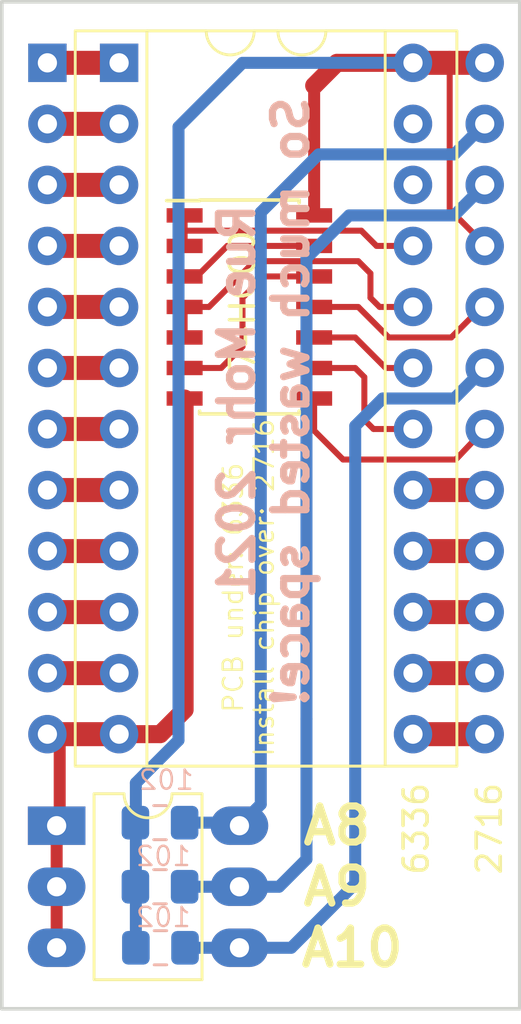
<source format=kicad_pcb>
(kicad_pcb (version 20171130) (host pcbnew 5.0.2+dfsg1-1)

  (general
    (thickness 1.6)
    (drawings 12)
    (tracks 102)
    (zones 0)
    (modules 7)
    (nets 32)
  )

  (page A4)
  (layers
    (0 F.Cu signal)
    (31 B.Cu signal)
    (32 B.Adhes user)
    (33 F.Adhes user)
    (34 B.Paste user)
    (35 F.Paste user)
    (36 B.SilkS user)
    (37 F.SilkS user)
    (38 B.Mask user)
    (39 F.Mask user)
    (40 Dwgs.User user)
    (41 Cmts.User user)
    (42 Eco1.User user)
    (43 Eco2.User user)
    (44 Edge.Cuts user)
    (45 Margin user)
    (46 B.CrtYd user)
    (47 F.CrtYd user)
    (48 B.Fab user)
    (49 F.Fab user)
  )

  (setup
    (last_trace_width 0.25)
    (user_trace_width 0.25)
    (user_trace_width 0.5)
    (user_trace_width 0.75)
    (user_trace_width 1)
    (user_trace_width 1.25)
    (trace_clearance 0.2)
    (zone_clearance 0.508)
    (zone_45_only no)
    (trace_min 0.2)
    (segment_width 0.2)
    (edge_width 0.15)
    (via_size 0.8)
    (via_drill 0.4)
    (via_min_size 0.4)
    (via_min_drill 0.3)
    (user_via 1.6 0.8)
    (user_via 2 1)
    (uvia_size 0.3)
    (uvia_drill 0.1)
    (uvias_allowed no)
    (uvia_min_size 0.2)
    (uvia_min_drill 0.1)
    (pcb_text_width 0.3)
    (pcb_text_size 1.5 1.5)
    (mod_edge_width 0.15)
    (mod_text_size 1 1)
    (mod_text_width 0.15)
    (pad_size 1.524 1.524)
    (pad_drill 0.762)
    (pad_to_mask_clearance 0.051)
    (solder_mask_min_width 0.25)
    (aux_axis_origin 0 0)
    (visible_elements FFFFFF7F)
    (pcbplotparams
      (layerselection 0x010fc_ffffffff)
      (usegerberextensions false)
      (usegerberattributes false)
      (usegerberadvancedattributes false)
      (creategerberjobfile false)
      (excludeedgelayer true)
      (linewidth 0.100000)
      (plotframeref false)
      (viasonmask false)
      (mode 1)
      (useauxorigin false)
      (hpglpennumber 1)
      (hpglpenspeed 20)
      (hpglpendiameter 15.000000)
      (psnegative false)
      (psa4output false)
      (plotreference true)
      (plotvalue true)
      (plotinvisibletext false)
      (padsonsilk false)
      (subtractmaskfromsilk false)
      (outputformat 1)
      (mirror false)
      (drillshape 1)
      (scaleselection 1)
      (outputdirectory ""))
  )

  (net 0 "")
  (net 1 A7)
  (net 2 D3)
  (net 3 A6)
  (net 4 D4)
  (net 5 A5)
  (net 6 D5)
  (net 7 A4)
  (net 8 D6)
  (net 9 A3)
  (net 10 D7)
  (net 11 A2)
  (net 12 "Net-(U1-Pad18)")
  (net 13 A1)
  (net 14 "Net-(U1-Pad19)")
  (net 15 A0)
  (net 16 "Net-(U1-Pad20)")
  (net 17 D0)
  (net 18 "Net-(U1-Pad21)")
  (net 19 D1)
  (net 20 "Net-(U1-Pad22)")
  (net 21 D2)
  (net 22 "Net-(U1-Pad23)")
  (net 23 "Net-(SW1-Pad1)")
  (net 24 "Net-(R1-Pad1)")
  (net 25 "Net-(R1-Pad2)")
  (net 26 "Net-(R2-Pad2)")
  (net 27 "Net-(U2-Pad11)")
  (net 28 "Net-(R3-Pad2)")
  (net 29 "Net-(U2-Pad8)")
  (net 30 "Net-(U2-Pad12)")
  (net 31 "Net-(U2-Pad13)")

  (net_class Default "This is the default net class."
    (clearance 0.2)
    (trace_width 0.25)
    (via_dia 0.8)
    (via_drill 0.4)
    (uvia_dia 0.3)
    (uvia_drill 0.1)
    (add_net A0)
    (add_net A1)
    (add_net A2)
    (add_net A3)
    (add_net A4)
    (add_net A5)
    (add_net A6)
    (add_net A7)
    (add_net D0)
    (add_net D1)
    (add_net D2)
    (add_net D3)
    (add_net D4)
    (add_net D5)
    (add_net D6)
    (add_net D7)
    (add_net "Net-(R1-Pad1)")
    (add_net "Net-(R1-Pad2)")
    (add_net "Net-(R2-Pad2)")
    (add_net "Net-(R3-Pad2)")
    (add_net "Net-(SW1-Pad1)")
    (add_net "Net-(U1-Pad18)")
    (add_net "Net-(U1-Pad19)")
    (add_net "Net-(U1-Pad20)")
    (add_net "Net-(U1-Pad21)")
    (add_net "Net-(U1-Pad22)")
    (add_net "Net-(U1-Pad23)")
    (add_net "Net-(U2-Pad11)")
    (add_net "Net-(U2-Pad12)")
    (add_net "Net-(U2-Pad13)")
    (add_net "Net-(U2-Pad8)")
  )

  (module Package_DIP:DIP-6_W7.62mm_LongPads (layer F.Cu) (tedit 61415D4C) (tstamp 614DE614)
    (at 128.016 107.95)
    (descr "6-lead though-hole mounted DIP package, row spacing 7.62 mm (300 mils), LongPads")
    (tags "THT DIP DIL PDIP 2.54mm 7.62mm 300mil LongPads")
    (path /614156FE)
    (fp_text reference SW1 (at 3.81 -2.33) (layer F.Fab)
      (effects (font (size 1 1) (thickness 0.15)))
    )
    (fp_text value SW_DIP_x03 (at 3.81 7.41) (layer F.Fab)
      (effects (font (size 1 1) (thickness 0.15)))
    )
    (fp_arc (start 3.81 -1.33) (end 2.81 -1.33) (angle -180) (layer F.SilkS) (width 0.12))
    (fp_line (start 1.635 -1.27) (end 6.985 -1.27) (layer F.Fab) (width 0.1))
    (fp_line (start 6.985 -1.27) (end 6.985 6.35) (layer F.Fab) (width 0.1))
    (fp_line (start 6.985 6.35) (end 0.635 6.35) (layer F.Fab) (width 0.1))
    (fp_line (start 0.635 6.35) (end 0.635 -0.27) (layer F.Fab) (width 0.1))
    (fp_line (start 0.635 -0.27) (end 1.635 -1.27) (layer F.Fab) (width 0.1))
    (fp_line (start 2.81 -1.33) (end 1.56 -1.33) (layer F.SilkS) (width 0.12))
    (fp_line (start 1.56 -1.33) (end 1.56 6.41) (layer F.SilkS) (width 0.12))
    (fp_line (start 1.56 6.41) (end 6.06 6.41) (layer F.SilkS) (width 0.12))
    (fp_line (start 6.06 6.41) (end 6.06 -1.33) (layer F.SilkS) (width 0.12))
    (fp_line (start 6.06 -1.33) (end 4.81 -1.33) (layer F.SilkS) (width 0.12))
    (fp_line (start -1.45 -1.55) (end -1.45 6.6) (layer F.CrtYd) (width 0.05))
    (fp_line (start -1.45 6.6) (end 9.1 6.6) (layer F.CrtYd) (width 0.05))
    (fp_line (start 9.1 6.6) (end 9.1 -1.55) (layer F.CrtYd) (width 0.05))
    (fp_line (start 9.1 -1.55) (end -1.45 -1.55) (layer F.CrtYd) (width 0.05))
    (fp_text user %R (at 3.81 2.54) (layer F.Fab)
      (effects (font (size 1 1) (thickness 0.15)))
    )
    (pad 1 thru_hole rect (at 0 0) (size 2.4 1.6) (drill 0.8) (layers *.Cu *.Mask)
      (net 23 "Net-(SW1-Pad1)"))
    (pad 4 thru_hole oval (at 7.62 5.08) (size 2.4 1.6) (drill 0.8) (layers *.Cu *.Mask)
      (net 28 "Net-(R3-Pad2)"))
    (pad 2 thru_hole oval (at 0 2.54) (size 2.4 1.6) (drill 0.8) (layers *.Cu *.Mask)
      (net 23 "Net-(SW1-Pad1)"))
    (pad 5 thru_hole oval (at 7.62 2.54) (size 2.4 1.6) (drill 0.8) (layers *.Cu *.Mask)
      (net 26 "Net-(R2-Pad2)"))
    (pad 3 thru_hole oval (at 0 5.08) (size 2.4 1.6) (drill 0.8) (layers *.Cu *.Mask)
      (net 23 "Net-(SW1-Pad1)"))
    (pad 6 thru_hole oval (at 7.62 0) (size 2.4 1.6) (drill 0.8) (layers *.Cu *.Mask)
      (net 25 "Net-(R1-Pad2)"))
    (model ${KISYS3DMOD}/Package_DIP.3dshapes/DIP-6_W7.62mm.wrl
      (at (xyz 0 0 0))
      (scale (xyz 1 1 1))
      (rotate (xyz 0 0 0))
    )
  )

  (module Package_SO:SOIC-14_3.9x8.7mm_P1.27mm (layer F.Cu) (tedit 61415BDD) (tstamp 614DE5FA)
    (at 136.05 86.36)
    (descr "14-Lead Plastic Small Outline (SL) - Narrow, 3.90 mm Body [SOIC] (see Microchip Packaging Specification 00000049BS.pdf)")
    (tags "SOIC 1.27")
    (path /6141531B)
    (attr smd)
    (fp_text reference U2 (at 0 -5.375) (layer Dwgs.User)
      (effects (font (size 1 1) (thickness 0.15)))
    )
    (fp_text value 74HC00 (at -0.287 -0.254 90) (layer F.SilkS)
      (effects (font (size 1 1) (thickness 0.15)))
    )
    (fp_text user %R (at 0 0) (layer F.Fab)
      (effects (font (size 0.9 0.9) (thickness 0.135)))
    )
    (fp_line (start -0.95 -4.35) (end 1.95 -4.35) (layer F.Fab) (width 0.15))
    (fp_line (start 1.95 -4.35) (end 1.95 4.35) (layer F.Fab) (width 0.15))
    (fp_line (start 1.95 4.35) (end -1.95 4.35) (layer F.Fab) (width 0.15))
    (fp_line (start -1.95 4.35) (end -1.95 -3.35) (layer F.Fab) (width 0.15))
    (fp_line (start -1.95 -3.35) (end -0.95 -4.35) (layer F.Fab) (width 0.15))
    (fp_line (start -3.7 -4.65) (end -3.7 4.65) (layer F.CrtYd) (width 0.05))
    (fp_line (start 3.7 -4.65) (end 3.7 4.65) (layer F.CrtYd) (width 0.05))
    (fp_line (start -3.7 -4.65) (end 3.7 -4.65) (layer F.CrtYd) (width 0.05))
    (fp_line (start -3.7 4.65) (end 3.7 4.65) (layer F.CrtYd) (width 0.05))
    (fp_line (start -2.075 -4.45) (end -2.075 -4.425) (layer F.SilkS) (width 0.15))
    (fp_line (start 2.075 -4.45) (end 2.075 -4.335) (layer F.SilkS) (width 0.15))
    (fp_line (start 2.075 4.45) (end 2.075 4.335) (layer F.SilkS) (width 0.15))
    (fp_line (start -2.075 4.45) (end -2.075 4.335) (layer F.SilkS) (width 0.15))
    (fp_line (start -2.075 -4.45) (end 2.075 -4.45) (layer F.SilkS) (width 0.15))
    (fp_line (start -2.075 4.45) (end 2.075 4.45) (layer F.SilkS) (width 0.15))
    (fp_line (start -2.075 -4.425) (end -3.45 -4.425) (layer F.SilkS) (width 0.15))
    (pad 1 smd rect (at -2.7 -3.81) (size 1.5 0.6) (layers F.Cu F.Paste F.Mask)
      (net 18 "Net-(U1-Pad21)"))
    (pad 2 smd rect (at -2.7 -2.54) (size 1.5 0.6) (layers F.Cu F.Paste F.Mask)
      (net 18 "Net-(U1-Pad21)"))
    (pad 3 smd rect (at -2.7 -1.27) (size 1.5 0.6) (layers F.Cu F.Paste F.Mask)
      (net 31 "Net-(U2-Pad13)"))
    (pad 4 smd rect (at -2.7 0) (size 1.5 0.6) (layers F.Cu F.Paste F.Mask)
      (net 16 "Net-(U1-Pad20)"))
    (pad 5 smd rect (at -2.7 1.27) (size 1.5 0.6) (layers F.Cu F.Paste F.Mask)
      (net 16 "Net-(U1-Pad20)"))
    (pad 6 smd rect (at -2.7 2.54) (size 1.5 0.6) (layers F.Cu F.Paste F.Mask)
      (net 30 "Net-(U2-Pad12)"))
    (pad 7 smd rect (at -2.7 3.81) (size 1.5 0.6) (layers F.Cu F.Paste F.Mask)
      (net 23 "Net-(SW1-Pad1)"))
    (pad 8 smd rect (at 2.7 3.81) (size 1.5 0.6) (layers F.Cu F.Paste F.Mask)
      (net 29 "Net-(U2-Pad8)"))
    (pad 9 smd rect (at 2.7 2.54) (size 1.5 0.6) (layers F.Cu F.Paste F.Mask)
      (net 12 "Net-(U1-Pad18)"))
    (pad 10 smd rect (at 2.7 1.27) (size 1.5 0.6) (layers F.Cu F.Paste F.Mask)
      (net 14 "Net-(U1-Pad19)"))
    (pad 11 smd rect (at 2.7 0) (size 1.5 0.6) (layers F.Cu F.Paste F.Mask)
      (net 27 "Net-(U2-Pad11)"))
    (pad 12 smd rect (at 2.7 -1.27) (size 1.5 0.6) (layers F.Cu F.Paste F.Mask)
      (net 30 "Net-(U2-Pad12)"))
    (pad 13 smd rect (at 2.7 -2.54) (size 1.5 0.6) (layers F.Cu F.Paste F.Mask)
      (net 31 "Net-(U2-Pad13)"))
    (pad 14 smd rect (at 2.7 -3.81) (size 1.5 0.6) (layers F.Cu F.Paste F.Mask)
      (net 24 "Net-(R1-Pad1)"))
    (model ${KISYS3DMOD}/Package_SO.3dshapes/SOIC-14_3.9x8.7mm_P1.27mm.wrl
      (at (xyz 0 0 0))
      (scale (xyz 1 1 1))
      (rotate (xyz 0 0 0))
    )
  )

  (module Resistor_SMD:R_0805_2012Metric_Pad1.15x1.40mm_HandSolder (layer B.Cu) (tedit 61415C7C) (tstamp 614DE5D7)
    (at 132.343 113.03)
    (descr "Resistor SMD 0805 (2012 Metric), square (rectangular) end terminal, IPC_7351 nominal with elongated pad for handsoldering. (Body size source: https://docs.google.com/spreadsheets/d/1BsfQQcO9C6DZCsRaXUlFlo91Tg2WpOkGARC1WS5S8t0/edit?usp=sharing), generated with kicad-footprint-generator")
    (tags "resistor handsolder")
    (path /61415ABF)
    (attr smd)
    (fp_text reference R3 (at 0 1.65) (layer B.Fab)
      (effects (font (size 1 1) (thickness 0.15)) (justify mirror))
    )
    (fp_text value R_Small_US (at 0 -1.65) (layer B.Fab)
      (effects (font (size 1 1) (thickness 0.15)) (justify mirror))
    )
    (fp_line (start -1 -0.6) (end -1 0.6) (layer B.Fab) (width 0.1))
    (fp_line (start -1 0.6) (end 1 0.6) (layer B.Fab) (width 0.1))
    (fp_line (start 1 0.6) (end 1 -0.6) (layer B.Fab) (width 0.1))
    (fp_line (start 1 -0.6) (end -1 -0.6) (layer B.Fab) (width 0.1))
    (fp_line (start -0.261252 0.71) (end 0.261252 0.71) (layer B.SilkS) (width 0.12))
    (fp_line (start -0.261252 -0.71) (end 0.261252 -0.71) (layer B.SilkS) (width 0.12))
    (fp_line (start -1.85 -0.95) (end -1.85 0.95) (layer B.CrtYd) (width 0.05))
    (fp_line (start -1.85 0.95) (end 1.85 0.95) (layer B.CrtYd) (width 0.05))
    (fp_line (start 1.85 0.95) (end 1.85 -0.95) (layer B.CrtYd) (width 0.05))
    (fp_line (start 1.85 -0.95) (end -1.85 -0.95) (layer B.CrtYd) (width 0.05))
    (fp_text user %R (at 0 0) (layer B.Fab)
      (effects (font (size 0.5 0.5) (thickness 0.08)) (justify mirror))
    )
    (pad 1 smd roundrect (at -1.025 0) (size 1.15 1.4) (layers B.Cu B.Paste B.Mask) (roundrect_rratio 0.217391)
      (net 24 "Net-(R1-Pad1)"))
    (pad 2 smd roundrect (at 1.025 0) (size 1.15 1.4) (layers B.Cu B.Paste B.Mask) (roundrect_rratio 0.217391)
      (net 28 "Net-(R3-Pad2)"))
    (model ${KISYS3DMOD}/Resistor_SMD.3dshapes/R_0805_2012Metric.wrl
      (at (xyz 0 0 0))
      (scale (xyz 1 1 1))
      (rotate (xyz 0 0 0))
    )
  )

  (module Resistor_SMD:R_0805_2012Metric_Pad1.15x1.40mm_HandSolder (layer B.Cu) (tedit 61415C85) (tstamp 614DE5C6)
    (at 132.325 110.49)
    (descr "Resistor SMD 0805 (2012 Metric), square (rectangular) end terminal, IPC_7351 nominal with elongated pad for handsoldering. (Body size source: https://docs.google.com/spreadsheets/d/1BsfQQcO9C6DZCsRaXUlFlo91Tg2WpOkGARC1WS5S8t0/edit?usp=sharing), generated with kicad-footprint-generator")
    (tags "resistor handsolder")
    (path /61415AE5)
    (attr smd)
    (fp_text reference R2 (at 0 1.65) (layer B.CrtYd)
      (effects (font (size 1 1) (thickness 0.15)) (justify mirror))
    )
    (fp_text value R_Small_US (at -0.517 -1.27) (layer B.Fab)
      (effects (font (size 1 1) (thickness 0.15)) (justify mirror))
    )
    (fp_text user %R (at 0 0) (layer B.Fab)
      (effects (font (size 0.5 0.5) (thickness 0.08)) (justify mirror))
    )
    (fp_line (start 1.85 -0.95) (end -1.85 -0.95) (layer B.CrtYd) (width 0.05))
    (fp_line (start 1.85 0.95) (end 1.85 -0.95) (layer B.CrtYd) (width 0.05))
    (fp_line (start -1.85 0.95) (end 1.85 0.95) (layer B.CrtYd) (width 0.05))
    (fp_line (start -1.85 -0.95) (end -1.85 0.95) (layer B.CrtYd) (width 0.05))
    (fp_line (start -0.261252 -0.71) (end 0.261252 -0.71) (layer B.SilkS) (width 0.12))
    (fp_line (start -0.261252 0.71) (end 0.261252 0.71) (layer B.SilkS) (width 0.12))
    (fp_line (start 1 -0.6) (end -1 -0.6) (layer B.Fab) (width 0.1))
    (fp_line (start 1 0.6) (end 1 -0.6) (layer B.Fab) (width 0.1))
    (fp_line (start -1 0.6) (end 1 0.6) (layer B.Fab) (width 0.1))
    (fp_line (start -1 -0.6) (end -1 0.6) (layer B.Fab) (width 0.1))
    (pad 2 smd roundrect (at 1.025 0) (size 1.15 1.4) (layers B.Cu B.Paste B.Mask) (roundrect_rratio 0.217391)
      (net 26 "Net-(R2-Pad2)"))
    (pad 1 smd roundrect (at -1.025 0) (size 1.15 1.4) (layers B.Cu B.Paste B.Mask) (roundrect_rratio 0.217391)
      (net 24 "Net-(R1-Pad1)"))
    (model ${KISYS3DMOD}/Resistor_SMD.3dshapes/R_0805_2012Metric.wrl
      (at (xyz 0 0 0))
      (scale (xyz 1 1 1))
      (rotate (xyz 0 0 0))
    )
  )

  (module Resistor_SMD:R_0805_2012Metric_Pad1.15x1.40mm_HandSolder (layer B.Cu) (tedit 61415C8D) (tstamp 614DE5B5)
    (at 132.325 107.823)
    (descr "Resistor SMD 0805 (2012 Metric), square (rectangular) end terminal, IPC_7351 nominal with elongated pad for handsoldering. (Body size source: https://docs.google.com/spreadsheets/d/1BsfQQcO9C6DZCsRaXUlFlo91Tg2WpOkGARC1WS5S8t0/edit?usp=sharing), generated with kicad-footprint-generator")
    (tags "resistor handsolder")
    (path /61415A1B)
    (attr smd)
    (fp_text reference R1 (at 0 1.65) (layer B.Fab)
      (effects (font (size 1 1) (thickness 0.15)) (justify mirror))
    )
    (fp_text value R_Small_US (at 0 -1.65) (layer B.Fab)
      (effects (font (size 1 1) (thickness 0.15)) (justify mirror))
    )
    (fp_line (start -1 -0.6) (end -1 0.6) (layer B.Fab) (width 0.1))
    (fp_line (start -1 0.6) (end 1 0.6) (layer B.Fab) (width 0.1))
    (fp_line (start 1 0.6) (end 1 -0.6) (layer B.Fab) (width 0.1))
    (fp_line (start 1 -0.6) (end -1 -0.6) (layer B.Fab) (width 0.1))
    (fp_line (start -0.261252 0.71) (end 0.261252 0.71) (layer B.SilkS) (width 0.12))
    (fp_line (start -0.261252 -0.71) (end 0.261252 -0.71) (layer B.SilkS) (width 0.12))
    (fp_line (start -1.85 -0.95) (end -1.85 0.95) (layer B.CrtYd) (width 0.05))
    (fp_line (start -1.85 0.95) (end 1.85 0.95) (layer B.CrtYd) (width 0.05))
    (fp_line (start 1.85 0.95) (end 1.85 -0.95) (layer B.CrtYd) (width 0.05))
    (fp_line (start 1.85 -0.95) (end -1.85 -0.95) (layer B.CrtYd) (width 0.05))
    (fp_text user %R (at 0 0) (layer B.Fab)
      (effects (font (size 0.5 0.5) (thickness 0.08)) (justify mirror))
    )
    (pad 1 smd roundrect (at -1.025 0) (size 1.15 1.4) (layers B.Cu B.Paste B.Mask) (roundrect_rratio 0.217391)
      (net 24 "Net-(R1-Pad1)"))
    (pad 2 smd roundrect (at 1.025 0) (size 1.15 1.4) (layers B.Cu B.Paste B.Mask) (roundrect_rratio 0.217391)
      (net 25 "Net-(R1-Pad2)"))
    (model ${KISYS3DMOD}/Resistor_SMD.3dshapes/R_0805_2012Metric.wrl
      (at (xyz 0 0 0))
      (scale (xyz 1 1 1))
      (rotate (xyz 0 0 0))
    )
  )

  (module Package_DIP:DIP-24_W15.24mm (layer F.Cu) (tedit 61415C0F) (tstamp 614150DB)
    (at 130.6195 76.2)
    (descr "24-lead though-hole mounted DIP package, row spacing 15.24 mm (600 mils)")
    (tags "THT DIP DIL PDIP 2.54mm 15.24mm 600mil")
    (path /614150AA)
    (fp_text reference U3 (at 9.5885 0) (layer Dwgs.User)
      (effects (font (size 1 1) (thickness 0.15)))
    )
    (fp_text value 2716 (at 15.4305 31.877 90) (layer F.SilkS)
      (effects (font (size 1 1) (thickness 0.15)))
    )
    (fp_text user %R (at 7.62 13.97) (layer F.Fab)
      (effects (font (size 1 1) (thickness 0.15)))
    )
    (fp_line (start 16.3 -1.55) (end -1.05 -1.55) (layer F.CrtYd) (width 0.05))
    (fp_line (start 16.3 29.5) (end 16.3 -1.55) (layer F.CrtYd) (width 0.05))
    (fp_line (start -1.05 29.5) (end 16.3 29.5) (layer F.CrtYd) (width 0.05))
    (fp_line (start -1.05 -1.55) (end -1.05 29.5) (layer F.CrtYd) (width 0.05))
    (fp_line (start 14.08 -1.33) (end 8.62 -1.33) (layer F.SilkS) (width 0.12))
    (fp_line (start 14.08 29.27) (end 14.08 -1.33) (layer F.SilkS) (width 0.12))
    (fp_line (start 1.16 29.27) (end 14.08 29.27) (layer F.SilkS) (width 0.12))
    (fp_line (start 1.16 -1.33) (end 1.16 29.27) (layer F.SilkS) (width 0.12))
    (fp_line (start 6.62 -1.33) (end 1.16 -1.33) (layer F.SilkS) (width 0.12))
    (fp_line (start 0.255 -0.27) (end 1.255 -1.27) (layer F.Fab) (width 0.1))
    (fp_line (start 0.255 29.21) (end 0.255 -0.27) (layer F.Fab) (width 0.1))
    (fp_line (start 14.985 29.21) (end 0.255 29.21) (layer F.Fab) (width 0.1))
    (fp_line (start 14.985 -1.27) (end 14.985 29.21) (layer F.Fab) (width 0.1))
    (fp_line (start 1.255 -1.27) (end 14.985 -1.27) (layer F.Fab) (width 0.1))
    (fp_arc (start 7.62 -1.33) (end 6.62 -1.33) (angle -180) (layer F.SilkS) (width 0.12))
    (pad 24 thru_hole oval (at 15.24 0) (size 1.6 1.6) (drill 0.8) (layers *.Cu *.Mask)
      (net 24 "Net-(R1-Pad1)"))
    (pad 12 thru_hole oval (at 0 27.94) (size 1.6 1.6) (drill 0.8) (layers *.Cu *.Mask)
      (net 23 "Net-(SW1-Pad1)"))
    (pad 23 thru_hole oval (at 15.24 2.54) (size 1.6 1.6) (drill 0.8) (layers *.Cu *.Mask)
      (net 25 "Net-(R1-Pad2)"))
    (pad 11 thru_hole oval (at 0 25.4) (size 1.6 1.6) (drill 0.8) (layers *.Cu *.Mask)
      (net 21 D2))
    (pad 22 thru_hole oval (at 15.24 5.08) (size 1.6 1.6) (drill 0.8) (layers *.Cu *.Mask)
      (net 26 "Net-(R2-Pad2)"))
    (pad 10 thru_hole oval (at 0 22.86) (size 1.6 1.6) (drill 0.8) (layers *.Cu *.Mask)
      (net 19 D1))
    (pad 21 thru_hole oval (at 15.24 7.62) (size 1.6 1.6) (drill 0.8) (layers *.Cu *.Mask)
      (net 24 "Net-(R1-Pad1)"))
    (pad 9 thru_hole oval (at 0 20.32) (size 1.6 1.6) (drill 0.8) (layers *.Cu *.Mask)
      (net 17 D0))
    (pad 20 thru_hole oval (at 15.24 10.16) (size 1.6 1.6) (drill 0.8) (layers *.Cu *.Mask)
      (net 27 "Net-(U2-Pad11)"))
    (pad 8 thru_hole oval (at 0 17.78) (size 1.6 1.6) (drill 0.8) (layers *.Cu *.Mask)
      (net 15 A0))
    (pad 19 thru_hole oval (at 15.24 12.7) (size 1.6 1.6) (drill 0.8) (layers *.Cu *.Mask)
      (net 28 "Net-(R3-Pad2)"))
    (pad 7 thru_hole oval (at 0 15.24) (size 1.6 1.6) (drill 0.8) (layers *.Cu *.Mask)
      (net 13 A1))
    (pad 18 thru_hole oval (at 15.24 15.24) (size 1.6 1.6) (drill 0.8) (layers *.Cu *.Mask)
      (net 29 "Net-(U2-Pad8)"))
    (pad 6 thru_hole oval (at 0 12.7) (size 1.6 1.6) (drill 0.8) (layers *.Cu *.Mask)
      (net 11 A2))
    (pad 17 thru_hole oval (at 15.24 17.78) (size 1.6 1.6) (drill 0.8) (layers *.Cu *.Mask)
      (net 10 D7))
    (pad 5 thru_hole oval (at 0 10.16) (size 1.6 1.6) (drill 0.8) (layers *.Cu *.Mask)
      (net 9 A3))
    (pad 16 thru_hole oval (at 15.24 20.32) (size 1.6 1.6) (drill 0.8) (layers *.Cu *.Mask)
      (net 8 D6))
    (pad 4 thru_hole oval (at 0 7.62) (size 1.6 1.6) (drill 0.8) (layers *.Cu *.Mask)
      (net 7 A4))
    (pad 15 thru_hole oval (at 15.24 22.86) (size 1.6 1.6) (drill 0.8) (layers *.Cu *.Mask)
      (net 6 D5))
    (pad 3 thru_hole oval (at 0 5.08) (size 1.6 1.6) (drill 0.8) (layers *.Cu *.Mask)
      (net 5 A5))
    (pad 14 thru_hole oval (at 15.24 25.4) (size 1.6 1.6) (drill 0.8) (layers *.Cu *.Mask)
      (net 4 D4))
    (pad 2 thru_hole oval (at 0 2.54) (size 1.6 1.6) (drill 0.8) (layers *.Cu *.Mask)
      (net 3 A6))
    (pad 13 thru_hole oval (at 15.24 27.94) (size 1.6 1.6) (drill 0.8) (layers *.Cu *.Mask)
      (net 2 D3))
    (pad 1 thru_hole rect (at 0 0) (size 1.6 1.6) (drill 0.8) (layers *.Cu *.Mask)
      (net 1 A7))
    (model ${KISYS3DMOD}/Package_DIP.3dshapes/DIP-24_W15.24mm.wrl
      (at (xyz 0 0 0))
      (scale (xyz 1 1 1))
      (rotate (xyz 0 0 0))
    )
  )

  (module Package_DIP:DIP-24_W15.24mm (layer F.Cu) (tedit 61415C14) (tstamp 614150AF)
    (at 127.630501 76.2)
    (descr "24-lead though-hole mounted DIP package, row spacing 15.24 mm (600 mils)")
    (tags "THT DIP DIL PDIP 2.54mm 15.24mm 600mil")
    (path /61414F1F)
    (fp_text reference U1 (at 5.846499 -0.127) (layer Dwgs.User)
      (effects (font (size 1 1) (thickness 0.15)))
    )
    (fp_text value 6336 (at 15.371499 31.877 90) (layer F.SilkS)
      (effects (font (size 1 1) (thickness 0.15)))
    )
    (fp_arc (start 7.62 -1.33) (end 6.62 -1.33) (angle -180) (layer F.SilkS) (width 0.12))
    (fp_line (start 1.255 -1.27) (end 14.985 -1.27) (layer F.Fab) (width 0.1))
    (fp_line (start 14.985 -1.27) (end 14.985 29.21) (layer F.Fab) (width 0.1))
    (fp_line (start 14.985 29.21) (end 0.255 29.21) (layer F.Fab) (width 0.1))
    (fp_line (start 0.255 29.21) (end 0.255 -0.27) (layer F.Fab) (width 0.1))
    (fp_line (start 0.255 -0.27) (end 1.255 -1.27) (layer F.Fab) (width 0.1))
    (fp_line (start 6.62 -1.33) (end 1.16 -1.33) (layer F.SilkS) (width 0.12))
    (fp_line (start 1.16 -1.33) (end 1.16 29.27) (layer F.SilkS) (width 0.12))
    (fp_line (start 1.16 29.27) (end 14.08 29.27) (layer F.SilkS) (width 0.12))
    (fp_line (start 14.08 29.27) (end 14.08 -1.33) (layer F.SilkS) (width 0.12))
    (fp_line (start 14.08 -1.33) (end 8.62 -1.33) (layer F.SilkS) (width 0.12))
    (fp_line (start -1.05 -1.55) (end -1.05 29.5) (layer F.CrtYd) (width 0.05))
    (fp_line (start -1.05 29.5) (end 16.3 29.5) (layer F.CrtYd) (width 0.05))
    (fp_line (start 16.3 29.5) (end 16.3 -1.55) (layer F.CrtYd) (width 0.05))
    (fp_line (start 16.3 -1.55) (end -1.05 -1.55) (layer F.CrtYd) (width 0.05))
    (fp_text user %R (at 7.62 13.97) (layer F.Fab)
      (effects (font (size 1 1) (thickness 0.15)))
    )
    (pad 1 thru_hole rect (at 0 0) (size 1.6 1.6) (drill 0.8) (layers *.Cu *.Mask)
      (net 1 A7))
    (pad 13 thru_hole oval (at 15.24 27.94) (size 1.6 1.6) (drill 0.8) (layers *.Cu *.Mask)
      (net 2 D3))
    (pad 2 thru_hole oval (at 0 2.54) (size 1.6 1.6) (drill 0.8) (layers *.Cu *.Mask)
      (net 3 A6))
    (pad 14 thru_hole oval (at 15.24 25.4) (size 1.6 1.6) (drill 0.8) (layers *.Cu *.Mask)
      (net 4 D4))
    (pad 3 thru_hole oval (at 0 5.08) (size 1.6 1.6) (drill 0.8) (layers *.Cu *.Mask)
      (net 5 A5))
    (pad 15 thru_hole oval (at 15.24 22.86) (size 1.6 1.6) (drill 0.8) (layers *.Cu *.Mask)
      (net 6 D5))
    (pad 4 thru_hole oval (at 0 7.62) (size 1.6 1.6) (drill 0.8) (layers *.Cu *.Mask)
      (net 7 A4))
    (pad 16 thru_hole oval (at 15.24 20.32) (size 1.6 1.6) (drill 0.8) (layers *.Cu *.Mask)
      (net 8 D6))
    (pad 5 thru_hole oval (at 0 10.16) (size 1.6 1.6) (drill 0.8) (layers *.Cu *.Mask)
      (net 9 A3))
    (pad 17 thru_hole oval (at 15.24 17.78) (size 1.6 1.6) (drill 0.8) (layers *.Cu *.Mask)
      (net 10 D7))
    (pad 6 thru_hole oval (at 0 12.7) (size 1.6 1.6) (drill 0.8) (layers *.Cu *.Mask)
      (net 11 A2))
    (pad 18 thru_hole oval (at 15.24 15.24) (size 1.6 1.6) (drill 0.8) (layers *.Cu *.Mask)
      (net 12 "Net-(U1-Pad18)"))
    (pad 7 thru_hole oval (at 0 15.24) (size 1.6 1.6) (drill 0.8) (layers *.Cu *.Mask)
      (net 13 A1))
    (pad 19 thru_hole oval (at 15.24 12.7) (size 1.6 1.6) (drill 0.8) (layers *.Cu *.Mask)
      (net 14 "Net-(U1-Pad19)"))
    (pad 8 thru_hole oval (at 0 17.78) (size 1.6 1.6) (drill 0.8) (layers *.Cu *.Mask)
      (net 15 A0))
    (pad 20 thru_hole oval (at 15.24 10.16) (size 1.6 1.6) (drill 0.8) (layers *.Cu *.Mask)
      (net 16 "Net-(U1-Pad20)"))
    (pad 9 thru_hole oval (at 0 20.32) (size 1.6 1.6) (drill 0.8) (layers *.Cu *.Mask)
      (net 17 D0))
    (pad 21 thru_hole oval (at 15.24 7.62) (size 1.6 1.6) (drill 0.8) (layers *.Cu *.Mask)
      (net 18 "Net-(U1-Pad21)"))
    (pad 10 thru_hole oval (at 0 22.86) (size 1.6 1.6) (drill 0.8) (layers *.Cu *.Mask)
      (net 19 D1))
    (pad 22 thru_hole oval (at 15.24 5.08) (size 1.6 1.6) (drill 0.8) (layers *.Cu *.Mask)
      (net 20 "Net-(U1-Pad22)"))
    (pad 11 thru_hole oval (at 0 25.4) (size 1.6 1.6) (drill 0.8) (layers *.Cu *.Mask)
      (net 21 D2))
    (pad 23 thru_hole oval (at 15.24 2.54) (size 1.6 1.6) (drill 0.8) (layers *.Cu *.Mask)
      (net 22 "Net-(U1-Pad23)"))
    (pad 12 thru_hole oval (at 0 27.94) (size 1.6 1.6) (drill 0.8) (layers *.Cu *.Mask)
      (net 23 "Net-(SW1-Pad1)"))
    (pad 24 thru_hole oval (at 15.24 0) (size 1.6 1.6) (drill 0.8) (layers *.Cu *.Mask)
      (net 24 "Net-(R1-Pad1)"))
    (model ${KISYS3DMOD}/Package_DIP.3dshapes/DIP-24_W15.24mm.wrl
      (at (xyz 0 0 0))
      (scale (xyz 1 1 1))
      (rotate (xyz 0 0 0))
    )
  )

  (gr_text "PCB under: 6336\nInstall chip over: 2716" (at 136.017 98.044 90) (layer F.SilkS)
    (effects (font (size 0.8 0.8) (thickness 0.1)))
  )
  (gr_text 102 (at 132.461 111.76) (layer B.SilkS) (tstamp 614E8E6A)
    (effects (font (size 0.8 0.8) (thickness 0.1)) (justify mirror))
  )
  (gr_text 102 (at 132.461 109.22) (layer B.SilkS) (tstamp 614E8E68)
    (effects (font (size 0.8 0.8) (thickness 0.1)) (justify mirror))
  )
  (gr_text "Rue Mohr 2021\nSo much wasted space!" (at 136.652 90.297 90) (layer B.SilkS)
    (effects (font (size 1.4 1.4) (thickness 0.3)) (justify mirror))
  )
  (gr_text 102 (at 132.588 106.045) (layer B.SilkS)
    (effects (font (size 0.8 0.8) (thickness 0.1)) (justify mirror))
  )
  (gr_text A10 (at 140.335 113.03) (layer F.SilkS)
    (effects (font (size 1.5 1.5) (thickness 0.3)))
  )
  (gr_text A9 (at 139.7 110.49) (layer F.SilkS)
    (effects (font (size 1.5 1.5) (thickness 0.3)))
  )
  (gr_text A8 (at 139.7 107.95) (layer F.SilkS)
    (effects (font (size 1.5 1.5) (thickness 0.3)))
  )
  (gr_line (start 125.73 115.57) (end 125.73 73.66) (layer Edge.Cuts) (width 0.15))
  (gr_line (start 147.32 115.57) (end 125.73 115.57) (layer Edge.Cuts) (width 0.15))
  (gr_line (start 147.32 73.66) (end 147.32 115.57) (layer Edge.Cuts) (width 0.15))
  (gr_line (start 125.73 73.66) (end 147.32 73.66) (layer Edge.Cuts) (width 0.15))

  (segment (start 127.630501 76.2) (end 130.6195 76.2) (width 1) (layer F.Cu) (net 1))
  (segment (start 142.870501 104.14) (end 145.8595 104.14) (width 1) (layer F.Cu) (net 2))
  (segment (start 130.6195 78.74) (end 127.630501 78.74) (width 1) (layer F.Cu) (net 3))
  (segment (start 145.8595 101.6) (end 142.870501 101.6) (width 1) (layer F.Cu) (net 4))
  (segment (start 127.630501 81.28) (end 130.6195 81.28) (width 1) (layer F.Cu) (net 5))
  (segment (start 142.870501 99.06) (end 145.8595 99.06) (width 1) (layer F.Cu) (net 6))
  (segment (start 130.6195 83.82) (end 127.630501 83.82) (width 1) (layer F.Cu) (net 7))
  (segment (start 145.8595 96.52) (end 142.870501 96.52) (width 1) (layer F.Cu) (net 8))
  (segment (start 127.630501 86.36) (end 130.6195 86.36) (width 1) (layer F.Cu) (net 9))
  (segment (start 142.870501 93.98) (end 145.8595 93.98) (width 1) (layer F.Cu) (net 10))
  (segment (start 130.6195 88.9) (end 127.630501 88.9) (width 1) (layer F.Cu) (net 11))
  (segment (start 140.462 88.9) (end 138.75 88.9) (width 0.25) (layer F.Cu) (net 12))
  (segment (start 140.843 89.281) (end 140.462 88.9) (width 0.25) (layer F.Cu) (net 12))
  (segment (start 140.843 91.059) (end 140.843 89.281) (width 0.25) (layer F.Cu) (net 12))
  (segment (start 141.224 91.44) (end 140.843 91.059) (width 0.25) (layer F.Cu) (net 12))
  (segment (start 142.870501 91.44) (end 141.224 91.44) (width 0.25) (layer F.Cu) (net 12))
  (segment (start 127.630501 91.44) (end 130.6195 91.44) (width 1) (layer F.Cu) (net 13))
  (segment (start 140.462 87.63) (end 138.75 87.63) (width 0.25) (layer F.Cu) (net 14))
  (segment (start 141.732 88.9) (end 140.462 87.63) (width 0.25) (layer F.Cu) (net 14))
  (segment (start 142.870501 88.9) (end 141.732 88.9) (width 0.25) (layer F.Cu) (net 14))
  (segment (start 130.6195 93.98) (end 127.630501 93.98) (width 1) (layer F.Cu) (net 15))
  (segment (start 133.35 86.36) (end 133.35 87.63) (width 0.25) (layer F.Cu) (net 16))
  (segment (start 141.097 85.979) (end 141.478 86.36) (width 0.25) (layer F.Cu) (net 16))
  (segment (start 141.097 84.963) (end 141.097 85.979) (width 0.25) (layer F.Cu) (net 16))
  (segment (start 140.589 84.455) (end 141.097 84.963) (width 0.25) (layer F.Cu) (net 16))
  (segment (start 136.271 84.455) (end 140.589 84.455) (width 0.25) (layer F.Cu) (net 16))
  (segment (start 141.478 86.36) (end 142.870501 86.36) (width 0.25) (layer F.Cu) (net 16))
  (segment (start 134.366 86.36) (end 136.271 84.455) (width 0.25) (layer F.Cu) (net 16))
  (segment (start 133.35 86.36) (end 134.366 86.36) (width 0.25) (layer F.Cu) (net 16))
  (segment (start 127.630501 96.52) (end 130.6195 96.52) (width 1) (layer F.Cu) (net 17))
  (segment (start 133.35 83.185) (end 133.35 83.82) (width 0.25) (layer F.Cu) (net 18))
  (segment (start 133.35 82.55) (end 133.35 83.185) (width 0.25) (layer F.Cu) (net 18))
  (segment (start 140.716 83.185) (end 133.35 83.185) (width 0.25) (layer F.Cu) (net 18))
  (segment (start 141.351 83.82) (end 140.716 83.185) (width 0.25) (layer F.Cu) (net 18))
  (segment (start 142.870501 83.82) (end 141.351 83.82) (width 0.25) (layer F.Cu) (net 18))
  (segment (start 130.6195 99.06) (end 127.630501 99.06) (width 1) (layer F.Cu) (net 19))
  (segment (start 127.630501 101.6) (end 130.6195 101.6) (width 1) (layer F.Cu) (net 21))
  (segment (start 130.6195 104.14) (end 127.630501 104.14) (width 1) (layer F.Cu) (net 23))
  (segment (start 128.016 113.03) (end 128.016 107.95) (width 0.5) (layer F.Cu) (net 23))
  (segment (start 128.143 104.652499) (end 127.630501 104.14) (width 0.5) (layer F.Cu) (net 23))
  (segment (start 128.143 107.823) (end 128.143 104.652499) (width 0.5) (layer F.Cu) (net 23))
  (segment (start 128.016 107.95) (end 128.143 107.823) (width 0.5) (layer F.Cu) (net 23))
  (segment (start 132.334 104.14) (end 130.6195 104.14) (width 0.75) (layer F.Cu) (net 23))
  (segment (start 133.35 103.124) (end 132.334 104.14) (width 0.75) (layer F.Cu) (net 23))
  (segment (start 133.35 90.17) (end 133.35 103.124) (width 0.75) (layer F.Cu) (net 23))
  (segment (start 138.75 77.15) (end 138.75 82.55) (width 0.5) (layer F.Cu) (net 24))
  (segment (start 139.7 76.2) (end 138.75 77.15) (width 0.75) (layer F.Cu) (net 24))
  (segment (start 142.870501 76.2) (end 139.7 76.2) (width 0.75) (layer F.Cu) (net 24))
  (segment (start 144.399 76.2) (end 145.8595 76.2) (width 1) (layer F.Cu) (net 24))
  (segment (start 142.870501 76.2) (end 144.399 76.2) (width 1) (layer F.Cu) (net 24))
  (segment (start 144.399 82.303938) (end 144.399 76.2) (width 0.25) (layer F.Cu) (net 24))
  (segment (start 145.8595 83.764438) (end 144.399 82.303938) (width 0.25) (layer F.Cu) (net 24))
  (segment (start 145.8595 83.82) (end 145.8595 83.764438) (width 0.25) (layer F.Cu) (net 24))
  (segment (start 133.096 104.394) (end 131.318 106.172) (width 0.5) (layer B.Cu) (net 24))
  (segment (start 133.096 78.867) (end 133.096 104.394) (width 0.5) (layer B.Cu) (net 24))
  (segment (start 135.763 76.2) (end 133.096 78.867) (width 0.5) (layer B.Cu) (net 24))
  (segment (start 142.870501 76.2) (end 135.763 76.2) (width 0.5) (layer B.Cu) (net 24))
  (segment (start 131.318 106.172) (end 131.318 113.03) (width 0.5) (layer B.Cu) (net 24))
  (segment (start 136.525 103.505) (end 136.525 103.505) (width 0.5) (layer B.Cu) (net 25) (tstamp 614E0092))
  (segment (start 136.525 82.423) (end 136.525 107.061) (width 0.5) (layer B.Cu) (net 25))
  (segment (start 138.938 80.01) (end 136.525 82.423) (width 0.5) (layer B.Cu) (net 25))
  (segment (start 136.525 107.061) (end 135.636 107.95) (width 0.5) (layer B.Cu) (net 25))
  (segment (start 144.5895 80.01) (end 138.938 80.01) (width 0.5) (layer B.Cu) (net 25))
  (segment (start 145.8595 78.74) (end 144.5895 80.01) (width 0.5) (layer B.Cu) (net 25))
  (segment (start 135.509 107.823) (end 135.636 107.95) (width 0.5) (layer B.Cu) (net 25))
  (segment (start 133.35 107.823) (end 135.509 107.823) (width 0.5) (layer B.Cu) (net 25))
  (segment (start 138.43 103.505) (end 138.43 103.505) (width 0.5) (layer B.Cu) (net 26) (tstamp 614E0094))
  (segment (start 137.287 110.49) (end 135.636 110.49) (width 0.5) (layer B.Cu) (net 26))
  (segment (start 138.43 109.347) (end 137.287 110.49) (width 0.5) (layer B.Cu) (net 26))
  (segment (start 140.208 82.55) (end 138.43 84.328) (width 0.5) (layer B.Cu) (net 26))
  (segment (start 144.5895 82.55) (end 140.208 82.55) (width 0.5) (layer B.Cu) (net 26))
  (segment (start 138.43 84.328) (end 138.43 109.347) (width 0.5) (layer B.Cu) (net 26))
  (segment (start 145.8595 81.28) (end 144.5895 82.55) (width 0.5) (layer B.Cu) (net 26))
  (segment (start 133.477 110.49) (end 133.35 110.363) (width 0.5) (layer B.Cu) (net 26))
  (segment (start 135.636 110.49) (end 133.477 110.49) (width 0.5) (layer B.Cu) (net 26))
  (segment (start 145.8595 86.36) (end 145.288 86.36) (width 0.25) (layer F.Cu) (net 27))
  (segment (start 140.589 86.36) (end 138.75 86.36) (width 0.25) (layer F.Cu) (net 27))
  (segment (start 144.465261 87.63) (end 141.859 87.63) (width 0.25) (layer F.Cu) (net 27))
  (segment (start 141.859 87.63) (end 140.589 86.36) (width 0.25) (layer F.Cu) (net 27))
  (segment (start 145.735261 86.36) (end 144.465261 87.63) (width 0.25) (layer F.Cu) (net 27))
  (segment (start 145.8595 86.36) (end 145.735261 86.36) (width 0.25) (layer F.Cu) (net 27))
  (segment (start 135.636 113.03) (end 133.368 113.03) (width 0.5) (layer B.Cu) (net 28))
  (segment (start 140.462 91.313) (end 140.462 110.363) (width 0.5) (layer B.Cu) (net 28))
  (segment (start 144.5895 90.17) (end 141.605 90.17) (width 0.5) (layer B.Cu) (net 28))
  (segment (start 137.795 113.03) (end 135.636 113.03) (width 0.5) (layer B.Cu) (net 28))
  (segment (start 140.462 110.363) (end 137.795 113.03) (width 0.5) (layer B.Cu) (net 28))
  (segment (start 141.605 90.17) (end 140.462 91.313) (width 0.5) (layer B.Cu) (net 28))
  (segment (start 145.8595 88.9) (end 144.5895 90.17) (width 0.5) (layer B.Cu) (net 28))
  (segment (start 138.75 91.506) (end 138.75 90.17) (width 0.25) (layer F.Cu) (net 29))
  (segment (start 139.954 92.71) (end 138.75 91.506) (width 0.25) (layer F.Cu) (net 29))
  (segment (start 144.653 92.71) (end 139.954 92.71) (width 0.25) (layer F.Cu) (net 29))
  (segment (start 145.8595 91.44) (end 144.653 92.71) (width 0.25) (layer F.Cu) (net 29))
  (segment (start 133.35 88.9) (end 134.112 88.9) (width 0.25) (layer F.Cu) (net 30))
  (segment (start 135.763 85.979) (end 136.652 85.09) (width 0.25) (layer F.Cu) (net 30))
  (segment (start 135.763 88.011) (end 135.763 85.979) (width 0.25) (layer F.Cu) (net 30))
  (segment (start 134.874 88.9) (end 135.763 88.011) (width 0.25) (layer F.Cu) (net 30))
  (segment (start 136.652 85.09) (end 138.75 85.09) (width 0.25) (layer F.Cu) (net 30))
  (segment (start 133.35 88.9) (end 134.874 88.9) (width 0.25) (layer F.Cu) (net 30))
  (segment (start 137.668 83.82) (end 138.75 83.82) (width 0.25) (layer F.Cu) (net 31))
  (segment (start 135.128 83.82) (end 137.668 83.82) (width 0.25) (layer F.Cu) (net 31))
  (segment (start 133.858 85.09) (end 135.128 83.82) (width 0.25) (layer F.Cu) (net 31))
  (segment (start 133.35 85.09) (end 133.858 85.09) (width 0.25) (layer F.Cu) (net 31))

)

</source>
